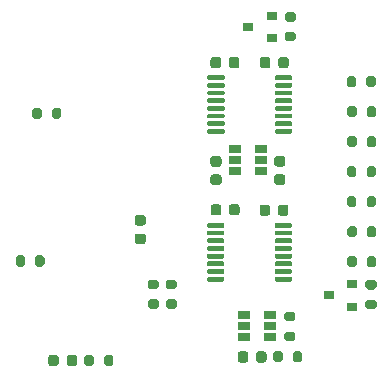
<source format=gtp>
G04 #@! TF.GenerationSoftware,KiCad,Pcbnew,(5.1.10-1-10_14)*
G04 #@! TF.CreationDate,2022-01-16T16:12:51+09:00*
G04 #@! TF.ProjectId,ft2232_jtag_tap,66743232-3332-45f6-9a74-61675f746170,rev?*
G04 #@! TF.SameCoordinates,Original*
G04 #@! TF.FileFunction,Paste,Top*
G04 #@! TF.FilePolarity,Positive*
%FSLAX46Y46*%
G04 Gerber Fmt 4.6, Leading zero omitted, Abs format (unit mm)*
G04 Created by KiCad (PCBNEW (5.1.10-1-10_14)) date 2022-01-16 16:12:51*
%MOMM*%
%LPD*%
G01*
G04 APERTURE LIST*
%ADD10R,1.060000X0.650000*%
%ADD11R,0.900000X0.800000*%
G04 APERTURE END LIST*
G36*
G01*
X75865000Y-107875000D02*
X75865000Y-107675000D01*
G75*
G02*
X75965000Y-107575000I100000J0D01*
G01*
X77240000Y-107575000D01*
G75*
G02*
X77340000Y-107675000I0J-100000D01*
G01*
X77340000Y-107875000D01*
G75*
G02*
X77240000Y-107975000I-100000J0D01*
G01*
X75965000Y-107975000D01*
G75*
G02*
X75865000Y-107875000I0J100000D01*
G01*
G37*
G36*
G01*
X75865000Y-108525000D02*
X75865000Y-108325000D01*
G75*
G02*
X75965000Y-108225000I100000J0D01*
G01*
X77240000Y-108225000D01*
G75*
G02*
X77340000Y-108325000I0J-100000D01*
G01*
X77340000Y-108525000D01*
G75*
G02*
X77240000Y-108625000I-100000J0D01*
G01*
X75965000Y-108625000D01*
G75*
G02*
X75865000Y-108525000I0J100000D01*
G01*
G37*
G36*
G01*
X75865000Y-109175000D02*
X75865000Y-108975000D01*
G75*
G02*
X75965000Y-108875000I100000J0D01*
G01*
X77240000Y-108875000D01*
G75*
G02*
X77340000Y-108975000I0J-100000D01*
G01*
X77340000Y-109175000D01*
G75*
G02*
X77240000Y-109275000I-100000J0D01*
G01*
X75965000Y-109275000D01*
G75*
G02*
X75865000Y-109175000I0J100000D01*
G01*
G37*
G36*
G01*
X75865000Y-109825000D02*
X75865000Y-109625000D01*
G75*
G02*
X75965000Y-109525000I100000J0D01*
G01*
X77240000Y-109525000D01*
G75*
G02*
X77340000Y-109625000I0J-100000D01*
G01*
X77340000Y-109825000D01*
G75*
G02*
X77240000Y-109925000I-100000J0D01*
G01*
X75965000Y-109925000D01*
G75*
G02*
X75865000Y-109825000I0J100000D01*
G01*
G37*
G36*
G01*
X75865000Y-110475000D02*
X75865000Y-110275000D01*
G75*
G02*
X75965000Y-110175000I100000J0D01*
G01*
X77240000Y-110175000D01*
G75*
G02*
X77340000Y-110275000I0J-100000D01*
G01*
X77340000Y-110475000D01*
G75*
G02*
X77240000Y-110575000I-100000J0D01*
G01*
X75965000Y-110575000D01*
G75*
G02*
X75865000Y-110475000I0J100000D01*
G01*
G37*
G36*
G01*
X75865000Y-111125000D02*
X75865000Y-110925000D01*
G75*
G02*
X75965000Y-110825000I100000J0D01*
G01*
X77240000Y-110825000D01*
G75*
G02*
X77340000Y-110925000I0J-100000D01*
G01*
X77340000Y-111125000D01*
G75*
G02*
X77240000Y-111225000I-100000J0D01*
G01*
X75965000Y-111225000D01*
G75*
G02*
X75865000Y-111125000I0J100000D01*
G01*
G37*
G36*
G01*
X75865000Y-111775000D02*
X75865000Y-111575000D01*
G75*
G02*
X75965000Y-111475000I100000J0D01*
G01*
X77240000Y-111475000D01*
G75*
G02*
X77340000Y-111575000I0J-100000D01*
G01*
X77340000Y-111775000D01*
G75*
G02*
X77240000Y-111875000I-100000J0D01*
G01*
X75965000Y-111875000D01*
G75*
G02*
X75865000Y-111775000I0J100000D01*
G01*
G37*
G36*
G01*
X75865000Y-112425000D02*
X75865000Y-112225000D01*
G75*
G02*
X75965000Y-112125000I100000J0D01*
G01*
X77240000Y-112125000D01*
G75*
G02*
X77340000Y-112225000I0J-100000D01*
G01*
X77340000Y-112425000D01*
G75*
G02*
X77240000Y-112525000I-100000J0D01*
G01*
X75965000Y-112525000D01*
G75*
G02*
X75865000Y-112425000I0J100000D01*
G01*
G37*
G36*
G01*
X70140000Y-112425000D02*
X70140000Y-112225000D01*
G75*
G02*
X70240000Y-112125000I100000J0D01*
G01*
X71515000Y-112125000D01*
G75*
G02*
X71615000Y-112225000I0J-100000D01*
G01*
X71615000Y-112425000D01*
G75*
G02*
X71515000Y-112525000I-100000J0D01*
G01*
X70240000Y-112525000D01*
G75*
G02*
X70140000Y-112425000I0J100000D01*
G01*
G37*
G36*
G01*
X70140000Y-111775000D02*
X70140000Y-111575000D01*
G75*
G02*
X70240000Y-111475000I100000J0D01*
G01*
X71515000Y-111475000D01*
G75*
G02*
X71615000Y-111575000I0J-100000D01*
G01*
X71615000Y-111775000D01*
G75*
G02*
X71515000Y-111875000I-100000J0D01*
G01*
X70240000Y-111875000D01*
G75*
G02*
X70140000Y-111775000I0J100000D01*
G01*
G37*
G36*
G01*
X70140000Y-111125000D02*
X70140000Y-110925000D01*
G75*
G02*
X70240000Y-110825000I100000J0D01*
G01*
X71515000Y-110825000D01*
G75*
G02*
X71615000Y-110925000I0J-100000D01*
G01*
X71615000Y-111125000D01*
G75*
G02*
X71515000Y-111225000I-100000J0D01*
G01*
X70240000Y-111225000D01*
G75*
G02*
X70140000Y-111125000I0J100000D01*
G01*
G37*
G36*
G01*
X70140000Y-110475000D02*
X70140000Y-110275000D01*
G75*
G02*
X70240000Y-110175000I100000J0D01*
G01*
X71515000Y-110175000D01*
G75*
G02*
X71615000Y-110275000I0J-100000D01*
G01*
X71615000Y-110475000D01*
G75*
G02*
X71515000Y-110575000I-100000J0D01*
G01*
X70240000Y-110575000D01*
G75*
G02*
X70140000Y-110475000I0J100000D01*
G01*
G37*
G36*
G01*
X70140000Y-109825000D02*
X70140000Y-109625000D01*
G75*
G02*
X70240000Y-109525000I100000J0D01*
G01*
X71515000Y-109525000D01*
G75*
G02*
X71615000Y-109625000I0J-100000D01*
G01*
X71615000Y-109825000D01*
G75*
G02*
X71515000Y-109925000I-100000J0D01*
G01*
X70240000Y-109925000D01*
G75*
G02*
X70140000Y-109825000I0J100000D01*
G01*
G37*
G36*
G01*
X70140000Y-109175000D02*
X70140000Y-108975000D01*
G75*
G02*
X70240000Y-108875000I100000J0D01*
G01*
X71515000Y-108875000D01*
G75*
G02*
X71615000Y-108975000I0J-100000D01*
G01*
X71615000Y-109175000D01*
G75*
G02*
X71515000Y-109275000I-100000J0D01*
G01*
X70240000Y-109275000D01*
G75*
G02*
X70140000Y-109175000I0J100000D01*
G01*
G37*
G36*
G01*
X70140000Y-108525000D02*
X70140000Y-108325000D01*
G75*
G02*
X70240000Y-108225000I100000J0D01*
G01*
X71515000Y-108225000D01*
G75*
G02*
X71615000Y-108325000I0J-100000D01*
G01*
X71615000Y-108525000D01*
G75*
G02*
X71515000Y-108625000I-100000J0D01*
G01*
X70240000Y-108625000D01*
G75*
G02*
X70140000Y-108525000I0J100000D01*
G01*
G37*
G36*
G01*
X70140000Y-107875000D02*
X70140000Y-107675000D01*
G75*
G02*
X70240000Y-107575000I100000J0D01*
G01*
X71515000Y-107575000D01*
G75*
G02*
X71615000Y-107675000I0J-100000D01*
G01*
X71615000Y-107875000D01*
G75*
G02*
X71515000Y-107975000I-100000J0D01*
G01*
X70240000Y-107975000D01*
G75*
G02*
X70140000Y-107875000I0J100000D01*
G01*
G37*
G36*
G01*
X64726250Y-120290000D02*
X64213750Y-120290000D01*
G75*
G02*
X63995000Y-120071250I0J218750D01*
G01*
X63995000Y-119633750D01*
G75*
G02*
X64213750Y-119415000I218750J0D01*
G01*
X64726250Y-119415000D01*
G75*
G02*
X64945000Y-119633750I0J-218750D01*
G01*
X64945000Y-120071250D01*
G75*
G02*
X64726250Y-120290000I-218750J0D01*
G01*
G37*
G36*
G01*
X64726250Y-121865000D02*
X64213750Y-121865000D01*
G75*
G02*
X63995000Y-121646250I0J218750D01*
G01*
X63995000Y-121208750D01*
G75*
G02*
X64213750Y-120990000I218750J0D01*
G01*
X64726250Y-120990000D01*
G75*
G02*
X64945000Y-121208750I0J-218750D01*
G01*
X64945000Y-121646250D01*
G75*
G02*
X64726250Y-121865000I-218750J0D01*
G01*
G37*
D10*
X72484000Y-114752000D03*
X72484000Y-115702000D03*
X72484000Y-113802000D03*
X74684000Y-113802000D03*
X74684000Y-114752000D03*
X74684000Y-115702000D03*
G36*
G01*
X75845000Y-120385000D02*
X75845000Y-120185000D01*
G75*
G02*
X75945000Y-120085000I100000J0D01*
G01*
X77220000Y-120085000D01*
G75*
G02*
X77320000Y-120185000I0J-100000D01*
G01*
X77320000Y-120385000D01*
G75*
G02*
X77220000Y-120485000I-100000J0D01*
G01*
X75945000Y-120485000D01*
G75*
G02*
X75845000Y-120385000I0J100000D01*
G01*
G37*
G36*
G01*
X75845000Y-121035000D02*
X75845000Y-120835000D01*
G75*
G02*
X75945000Y-120735000I100000J0D01*
G01*
X77220000Y-120735000D01*
G75*
G02*
X77320000Y-120835000I0J-100000D01*
G01*
X77320000Y-121035000D01*
G75*
G02*
X77220000Y-121135000I-100000J0D01*
G01*
X75945000Y-121135000D01*
G75*
G02*
X75845000Y-121035000I0J100000D01*
G01*
G37*
G36*
G01*
X75845000Y-121685000D02*
X75845000Y-121485000D01*
G75*
G02*
X75945000Y-121385000I100000J0D01*
G01*
X77220000Y-121385000D01*
G75*
G02*
X77320000Y-121485000I0J-100000D01*
G01*
X77320000Y-121685000D01*
G75*
G02*
X77220000Y-121785000I-100000J0D01*
G01*
X75945000Y-121785000D01*
G75*
G02*
X75845000Y-121685000I0J100000D01*
G01*
G37*
G36*
G01*
X75845000Y-122335000D02*
X75845000Y-122135000D01*
G75*
G02*
X75945000Y-122035000I100000J0D01*
G01*
X77220000Y-122035000D01*
G75*
G02*
X77320000Y-122135000I0J-100000D01*
G01*
X77320000Y-122335000D01*
G75*
G02*
X77220000Y-122435000I-100000J0D01*
G01*
X75945000Y-122435000D01*
G75*
G02*
X75845000Y-122335000I0J100000D01*
G01*
G37*
G36*
G01*
X75845000Y-122985000D02*
X75845000Y-122785000D01*
G75*
G02*
X75945000Y-122685000I100000J0D01*
G01*
X77220000Y-122685000D01*
G75*
G02*
X77320000Y-122785000I0J-100000D01*
G01*
X77320000Y-122985000D01*
G75*
G02*
X77220000Y-123085000I-100000J0D01*
G01*
X75945000Y-123085000D01*
G75*
G02*
X75845000Y-122985000I0J100000D01*
G01*
G37*
G36*
G01*
X75845000Y-123635000D02*
X75845000Y-123435000D01*
G75*
G02*
X75945000Y-123335000I100000J0D01*
G01*
X77220000Y-123335000D01*
G75*
G02*
X77320000Y-123435000I0J-100000D01*
G01*
X77320000Y-123635000D01*
G75*
G02*
X77220000Y-123735000I-100000J0D01*
G01*
X75945000Y-123735000D01*
G75*
G02*
X75845000Y-123635000I0J100000D01*
G01*
G37*
G36*
G01*
X75845000Y-124285000D02*
X75845000Y-124085000D01*
G75*
G02*
X75945000Y-123985000I100000J0D01*
G01*
X77220000Y-123985000D01*
G75*
G02*
X77320000Y-124085000I0J-100000D01*
G01*
X77320000Y-124285000D01*
G75*
G02*
X77220000Y-124385000I-100000J0D01*
G01*
X75945000Y-124385000D01*
G75*
G02*
X75845000Y-124285000I0J100000D01*
G01*
G37*
G36*
G01*
X75845000Y-124935000D02*
X75845000Y-124735000D01*
G75*
G02*
X75945000Y-124635000I100000J0D01*
G01*
X77220000Y-124635000D01*
G75*
G02*
X77320000Y-124735000I0J-100000D01*
G01*
X77320000Y-124935000D01*
G75*
G02*
X77220000Y-125035000I-100000J0D01*
G01*
X75945000Y-125035000D01*
G75*
G02*
X75845000Y-124935000I0J100000D01*
G01*
G37*
G36*
G01*
X70120000Y-124935000D02*
X70120000Y-124735000D01*
G75*
G02*
X70220000Y-124635000I100000J0D01*
G01*
X71495000Y-124635000D01*
G75*
G02*
X71595000Y-124735000I0J-100000D01*
G01*
X71595000Y-124935000D01*
G75*
G02*
X71495000Y-125035000I-100000J0D01*
G01*
X70220000Y-125035000D01*
G75*
G02*
X70120000Y-124935000I0J100000D01*
G01*
G37*
G36*
G01*
X70120000Y-124285000D02*
X70120000Y-124085000D01*
G75*
G02*
X70220000Y-123985000I100000J0D01*
G01*
X71495000Y-123985000D01*
G75*
G02*
X71595000Y-124085000I0J-100000D01*
G01*
X71595000Y-124285000D01*
G75*
G02*
X71495000Y-124385000I-100000J0D01*
G01*
X70220000Y-124385000D01*
G75*
G02*
X70120000Y-124285000I0J100000D01*
G01*
G37*
G36*
G01*
X70120000Y-123635000D02*
X70120000Y-123435000D01*
G75*
G02*
X70220000Y-123335000I100000J0D01*
G01*
X71495000Y-123335000D01*
G75*
G02*
X71595000Y-123435000I0J-100000D01*
G01*
X71595000Y-123635000D01*
G75*
G02*
X71495000Y-123735000I-100000J0D01*
G01*
X70220000Y-123735000D01*
G75*
G02*
X70120000Y-123635000I0J100000D01*
G01*
G37*
G36*
G01*
X70120000Y-122985000D02*
X70120000Y-122785000D01*
G75*
G02*
X70220000Y-122685000I100000J0D01*
G01*
X71495000Y-122685000D01*
G75*
G02*
X71595000Y-122785000I0J-100000D01*
G01*
X71595000Y-122985000D01*
G75*
G02*
X71495000Y-123085000I-100000J0D01*
G01*
X70220000Y-123085000D01*
G75*
G02*
X70120000Y-122985000I0J100000D01*
G01*
G37*
G36*
G01*
X70120000Y-122335000D02*
X70120000Y-122135000D01*
G75*
G02*
X70220000Y-122035000I100000J0D01*
G01*
X71495000Y-122035000D01*
G75*
G02*
X71595000Y-122135000I0J-100000D01*
G01*
X71595000Y-122335000D01*
G75*
G02*
X71495000Y-122435000I-100000J0D01*
G01*
X70220000Y-122435000D01*
G75*
G02*
X70120000Y-122335000I0J100000D01*
G01*
G37*
G36*
G01*
X70120000Y-121685000D02*
X70120000Y-121485000D01*
G75*
G02*
X70220000Y-121385000I100000J0D01*
G01*
X71495000Y-121385000D01*
G75*
G02*
X71595000Y-121485000I0J-100000D01*
G01*
X71595000Y-121685000D01*
G75*
G02*
X71495000Y-121785000I-100000J0D01*
G01*
X70220000Y-121785000D01*
G75*
G02*
X70120000Y-121685000I0J100000D01*
G01*
G37*
G36*
G01*
X70120000Y-121035000D02*
X70120000Y-120835000D01*
G75*
G02*
X70220000Y-120735000I100000J0D01*
G01*
X71495000Y-120735000D01*
G75*
G02*
X71595000Y-120835000I0J-100000D01*
G01*
X71595000Y-121035000D01*
G75*
G02*
X71495000Y-121135000I-100000J0D01*
G01*
X70220000Y-121135000D01*
G75*
G02*
X70120000Y-121035000I0J100000D01*
G01*
G37*
G36*
G01*
X70120000Y-120385000D02*
X70120000Y-120185000D01*
G75*
G02*
X70220000Y-120085000I100000J0D01*
G01*
X71495000Y-120085000D01*
G75*
G02*
X71595000Y-120185000I0J-100000D01*
G01*
X71595000Y-120385000D01*
G75*
G02*
X71495000Y-120485000I-100000J0D01*
G01*
X70220000Y-120485000D01*
G75*
G02*
X70120000Y-120385000I0J100000D01*
G01*
G37*
G36*
G01*
X83635000Y-110935000D02*
X83635000Y-110385000D01*
G75*
G02*
X83835000Y-110185000I200000J0D01*
G01*
X84235000Y-110185000D01*
G75*
G02*
X84435000Y-110385000I0J-200000D01*
G01*
X84435000Y-110935000D01*
G75*
G02*
X84235000Y-111135000I-200000J0D01*
G01*
X83835000Y-111135000D01*
G75*
G02*
X83635000Y-110935000I0J200000D01*
G01*
G37*
G36*
G01*
X81985000Y-110935000D02*
X81985000Y-110385000D01*
G75*
G02*
X82185000Y-110185000I200000J0D01*
G01*
X82585000Y-110185000D01*
G75*
G02*
X82785000Y-110385000I0J-200000D01*
G01*
X82785000Y-110935000D01*
G75*
G02*
X82585000Y-111135000I-200000J0D01*
G01*
X82185000Y-111135000D01*
G75*
G02*
X81985000Y-110935000I0J200000D01*
G01*
G37*
G36*
G01*
X83655000Y-121105000D02*
X83655000Y-120555000D01*
G75*
G02*
X83855000Y-120355000I200000J0D01*
G01*
X84255000Y-120355000D01*
G75*
G02*
X84455000Y-120555000I0J-200000D01*
G01*
X84455000Y-121105000D01*
G75*
G02*
X84255000Y-121305000I-200000J0D01*
G01*
X83855000Y-121305000D01*
G75*
G02*
X83655000Y-121105000I0J200000D01*
G01*
G37*
G36*
G01*
X82005000Y-121105000D02*
X82005000Y-120555000D01*
G75*
G02*
X82205000Y-120355000I200000J0D01*
G01*
X82605000Y-120355000D01*
G75*
G02*
X82805000Y-120555000I0J-200000D01*
G01*
X82805000Y-121105000D01*
G75*
G02*
X82605000Y-121305000I-200000J0D01*
G01*
X82205000Y-121305000D01*
G75*
G02*
X82005000Y-121105000I0J200000D01*
G01*
G37*
G36*
G01*
X83645000Y-113465000D02*
X83645000Y-112915000D01*
G75*
G02*
X83845000Y-112715000I200000J0D01*
G01*
X84245000Y-112715000D01*
G75*
G02*
X84445000Y-112915000I0J-200000D01*
G01*
X84445000Y-113465000D01*
G75*
G02*
X84245000Y-113665000I-200000J0D01*
G01*
X83845000Y-113665000D01*
G75*
G02*
X83645000Y-113465000I0J200000D01*
G01*
G37*
G36*
G01*
X81995000Y-113465000D02*
X81995000Y-112915000D01*
G75*
G02*
X82195000Y-112715000I200000J0D01*
G01*
X82595000Y-112715000D01*
G75*
G02*
X82795000Y-112915000I0J-200000D01*
G01*
X82795000Y-113465000D01*
G75*
G02*
X82595000Y-113665000I-200000J0D01*
G01*
X82195000Y-113665000D01*
G75*
G02*
X81995000Y-113465000I0J200000D01*
G01*
G37*
G36*
G01*
X83625000Y-116015000D02*
X83625000Y-115465000D01*
G75*
G02*
X83825000Y-115265000I200000J0D01*
G01*
X84225000Y-115265000D01*
G75*
G02*
X84425000Y-115465000I0J-200000D01*
G01*
X84425000Y-116015000D01*
G75*
G02*
X84225000Y-116215000I-200000J0D01*
G01*
X83825000Y-116215000D01*
G75*
G02*
X83625000Y-116015000I0J200000D01*
G01*
G37*
G36*
G01*
X81975000Y-116015000D02*
X81975000Y-115465000D01*
G75*
G02*
X82175000Y-115265000I200000J0D01*
G01*
X82575000Y-115265000D01*
G75*
G02*
X82775000Y-115465000I0J-200000D01*
G01*
X82775000Y-116015000D01*
G75*
G02*
X82575000Y-116215000I-200000J0D01*
G01*
X82175000Y-116215000D01*
G75*
G02*
X81975000Y-116015000I0J200000D01*
G01*
G37*
G36*
G01*
X83625000Y-118555000D02*
X83625000Y-118005000D01*
G75*
G02*
X83825000Y-117805000I200000J0D01*
G01*
X84225000Y-117805000D01*
G75*
G02*
X84425000Y-118005000I0J-200000D01*
G01*
X84425000Y-118555000D01*
G75*
G02*
X84225000Y-118755000I-200000J0D01*
G01*
X83825000Y-118755000D01*
G75*
G02*
X83625000Y-118555000I0J200000D01*
G01*
G37*
G36*
G01*
X81975000Y-118555000D02*
X81975000Y-118005000D01*
G75*
G02*
X82175000Y-117805000I200000J0D01*
G01*
X82575000Y-117805000D01*
G75*
G02*
X82775000Y-118005000I0J-200000D01*
G01*
X82775000Y-118555000D01*
G75*
G02*
X82575000Y-118755000I-200000J0D01*
G01*
X82175000Y-118755000D01*
G75*
G02*
X81975000Y-118555000I0J200000D01*
G01*
G37*
G36*
G01*
X83655000Y-123635000D02*
X83655000Y-123085000D01*
G75*
G02*
X83855000Y-122885000I200000J0D01*
G01*
X84255000Y-122885000D01*
G75*
G02*
X84455000Y-123085000I0J-200000D01*
G01*
X84455000Y-123635000D01*
G75*
G02*
X84255000Y-123835000I-200000J0D01*
G01*
X83855000Y-123835000D01*
G75*
G02*
X83655000Y-123635000I0J200000D01*
G01*
G37*
G36*
G01*
X82005000Y-123635000D02*
X82005000Y-123085000D01*
G75*
G02*
X82205000Y-122885000I200000J0D01*
G01*
X82605000Y-122885000D01*
G75*
G02*
X82805000Y-123085000I0J-200000D01*
G01*
X82805000Y-123635000D01*
G75*
G02*
X82605000Y-123835000I-200000J0D01*
G01*
X82205000Y-123835000D01*
G75*
G02*
X82005000Y-123635000I0J200000D01*
G01*
G37*
G36*
G01*
X83605000Y-108395000D02*
X83605000Y-107845000D01*
G75*
G02*
X83805000Y-107645000I200000J0D01*
G01*
X84205000Y-107645000D01*
G75*
G02*
X84405000Y-107845000I0J-200000D01*
G01*
X84405000Y-108395000D01*
G75*
G02*
X84205000Y-108595000I-200000J0D01*
G01*
X83805000Y-108595000D01*
G75*
G02*
X83605000Y-108395000I0J200000D01*
G01*
G37*
G36*
G01*
X81955000Y-108395000D02*
X81955000Y-107845000D01*
G75*
G02*
X82155000Y-107645000I200000J0D01*
G01*
X82555000Y-107645000D01*
G75*
G02*
X82755000Y-107845000I0J-200000D01*
G01*
X82755000Y-108395000D01*
G75*
G02*
X82555000Y-108595000I-200000J0D01*
G01*
X82155000Y-108595000D01*
G75*
G02*
X81955000Y-108395000I0J200000D01*
G01*
G37*
G36*
G01*
X83725000Y-126565000D02*
X84275000Y-126565000D01*
G75*
G02*
X84475000Y-126765000I0J-200000D01*
G01*
X84475000Y-127165000D01*
G75*
G02*
X84275000Y-127365000I-200000J0D01*
G01*
X83725000Y-127365000D01*
G75*
G02*
X83525000Y-127165000I0J200000D01*
G01*
X83525000Y-126765000D01*
G75*
G02*
X83725000Y-126565000I200000J0D01*
G01*
G37*
G36*
G01*
X83725000Y-124915000D02*
X84275000Y-124915000D01*
G75*
G02*
X84475000Y-125115000I0J-200000D01*
G01*
X84475000Y-125515000D01*
G75*
G02*
X84275000Y-125715000I-200000J0D01*
G01*
X83725000Y-125715000D01*
G75*
G02*
X83525000Y-125515000I0J200000D01*
G01*
X83525000Y-125115000D01*
G75*
G02*
X83725000Y-124915000I200000J0D01*
G01*
G37*
G36*
G01*
X76895000Y-103885000D02*
X77445000Y-103885000D01*
G75*
G02*
X77645000Y-104085000I0J-200000D01*
G01*
X77645000Y-104485000D01*
G75*
G02*
X77445000Y-104685000I-200000J0D01*
G01*
X76895000Y-104685000D01*
G75*
G02*
X76695000Y-104485000I0J200000D01*
G01*
X76695000Y-104085000D01*
G75*
G02*
X76895000Y-103885000I200000J0D01*
G01*
G37*
G36*
G01*
X76895000Y-102235000D02*
X77445000Y-102235000D01*
G75*
G02*
X77645000Y-102435000I0J-200000D01*
G01*
X77645000Y-102835000D01*
G75*
G02*
X77445000Y-103035000I-200000J0D01*
G01*
X76895000Y-103035000D01*
G75*
G02*
X76695000Y-102835000I0J200000D01*
G01*
X76695000Y-102435000D01*
G75*
G02*
X76895000Y-102235000I200000J0D01*
G01*
G37*
D11*
X80410000Y-126210000D03*
X82410000Y-125260000D03*
X82410000Y-127160000D03*
X73610000Y-103500000D03*
X75610000Y-102550000D03*
X75610000Y-104450000D03*
D10*
X73250000Y-128810000D03*
X73250000Y-129760000D03*
X73250000Y-127860000D03*
X75450000Y-127860000D03*
X75450000Y-128810000D03*
X75450000Y-129760000D03*
G36*
G01*
X65295000Y-126535000D02*
X65845000Y-126535000D01*
G75*
G02*
X66045000Y-126735000I0J-200000D01*
G01*
X66045000Y-127135000D01*
G75*
G02*
X65845000Y-127335000I-200000J0D01*
G01*
X65295000Y-127335000D01*
G75*
G02*
X65095000Y-127135000I0J200000D01*
G01*
X65095000Y-126735000D01*
G75*
G02*
X65295000Y-126535000I200000J0D01*
G01*
G37*
G36*
G01*
X65295000Y-124885000D02*
X65845000Y-124885000D01*
G75*
G02*
X66045000Y-125085000I0J-200000D01*
G01*
X66045000Y-125485000D01*
G75*
G02*
X65845000Y-125685000I-200000J0D01*
G01*
X65295000Y-125685000D01*
G75*
G02*
X65095000Y-125485000I0J200000D01*
G01*
X65095000Y-125085000D01*
G75*
G02*
X65295000Y-124885000I200000J0D01*
G01*
G37*
G36*
G01*
X76855000Y-129265000D02*
X77405000Y-129265000D01*
G75*
G02*
X77605000Y-129465000I0J-200000D01*
G01*
X77605000Y-129865000D01*
G75*
G02*
X77405000Y-130065000I-200000J0D01*
G01*
X76855000Y-130065000D01*
G75*
G02*
X76655000Y-129865000I0J200000D01*
G01*
X76655000Y-129465000D01*
G75*
G02*
X76855000Y-129265000I200000J0D01*
G01*
G37*
G36*
G01*
X76855000Y-127615000D02*
X77405000Y-127615000D01*
G75*
G02*
X77605000Y-127815000I0J-200000D01*
G01*
X77605000Y-128215000D01*
G75*
G02*
X77405000Y-128415000I-200000J0D01*
G01*
X76855000Y-128415000D01*
G75*
G02*
X76655000Y-128215000I0J200000D01*
G01*
X76655000Y-127815000D01*
G75*
G02*
X76855000Y-127615000I200000J0D01*
G01*
G37*
G36*
G01*
X76535000Y-131135000D02*
X76535000Y-131685000D01*
G75*
G02*
X76335000Y-131885000I-200000J0D01*
G01*
X75935000Y-131885000D01*
G75*
G02*
X75735000Y-131685000I0J200000D01*
G01*
X75735000Y-131135000D01*
G75*
G02*
X75935000Y-130935000I200000J0D01*
G01*
X76335000Y-130935000D01*
G75*
G02*
X76535000Y-131135000I0J-200000D01*
G01*
G37*
G36*
G01*
X78185000Y-131135000D02*
X78185000Y-131685000D01*
G75*
G02*
X77985000Y-131885000I-200000J0D01*
G01*
X77585000Y-131885000D01*
G75*
G02*
X77385000Y-131685000I0J200000D01*
G01*
X77385000Y-131135000D01*
G75*
G02*
X77585000Y-130935000I200000J0D01*
G01*
X77985000Y-130935000D01*
G75*
G02*
X78185000Y-131135000I0J-200000D01*
G01*
G37*
G36*
G01*
X66825000Y-126535000D02*
X67375000Y-126535000D01*
G75*
G02*
X67575000Y-126735000I0J-200000D01*
G01*
X67575000Y-127135000D01*
G75*
G02*
X67375000Y-127335000I-200000J0D01*
G01*
X66825000Y-127335000D01*
G75*
G02*
X66625000Y-127135000I0J200000D01*
G01*
X66625000Y-126735000D01*
G75*
G02*
X66825000Y-126535000I200000J0D01*
G01*
G37*
G36*
G01*
X66825000Y-124885000D02*
X67375000Y-124885000D01*
G75*
G02*
X67575000Y-125085000I0J-200000D01*
G01*
X67575000Y-125485000D01*
G75*
G02*
X67375000Y-125685000I-200000J0D01*
G01*
X66825000Y-125685000D01*
G75*
G02*
X66625000Y-125485000I0J200000D01*
G01*
X66625000Y-125085000D01*
G75*
G02*
X66825000Y-124885000I200000J0D01*
G01*
G37*
G36*
G01*
X54715000Y-123025000D02*
X54715000Y-123575000D01*
G75*
G02*
X54515000Y-123775000I-200000J0D01*
G01*
X54115000Y-123775000D01*
G75*
G02*
X53915000Y-123575000I0J200000D01*
G01*
X53915000Y-123025000D01*
G75*
G02*
X54115000Y-122825000I200000J0D01*
G01*
X54515000Y-122825000D01*
G75*
G02*
X54715000Y-123025000I0J-200000D01*
G01*
G37*
G36*
G01*
X56365000Y-123025000D02*
X56365000Y-123575000D01*
G75*
G02*
X56165000Y-123775000I-200000J0D01*
G01*
X55765000Y-123775000D01*
G75*
G02*
X55565000Y-123575000I0J200000D01*
G01*
X55565000Y-123025000D01*
G75*
G02*
X55765000Y-122825000I200000J0D01*
G01*
X56165000Y-122825000D01*
G75*
G02*
X56365000Y-123025000I0J-200000D01*
G01*
G37*
G36*
G01*
X56995000Y-111065000D02*
X56995000Y-110515000D01*
G75*
G02*
X57195000Y-110315000I200000J0D01*
G01*
X57595000Y-110315000D01*
G75*
G02*
X57795000Y-110515000I0J-200000D01*
G01*
X57795000Y-111065000D01*
G75*
G02*
X57595000Y-111265000I-200000J0D01*
G01*
X57195000Y-111265000D01*
G75*
G02*
X56995000Y-111065000I0J200000D01*
G01*
G37*
G36*
G01*
X55345000Y-111065000D02*
X55345000Y-110515000D01*
G75*
G02*
X55545000Y-110315000I200000J0D01*
G01*
X55945000Y-110315000D01*
G75*
G02*
X56145000Y-110515000I0J-200000D01*
G01*
X56145000Y-111065000D01*
G75*
G02*
X55945000Y-111265000I-200000J0D01*
G01*
X55545000Y-111265000D01*
G75*
G02*
X55345000Y-111065000I0J200000D01*
G01*
G37*
G36*
G01*
X61395000Y-131995000D02*
X61395000Y-131445000D01*
G75*
G02*
X61595000Y-131245000I200000J0D01*
G01*
X61995000Y-131245000D01*
G75*
G02*
X62195000Y-131445000I0J-200000D01*
G01*
X62195000Y-131995000D01*
G75*
G02*
X61995000Y-132195000I-200000J0D01*
G01*
X61595000Y-132195000D01*
G75*
G02*
X61395000Y-131995000I0J200000D01*
G01*
G37*
G36*
G01*
X59745000Y-131995000D02*
X59745000Y-131445000D01*
G75*
G02*
X59945000Y-131245000I200000J0D01*
G01*
X60345000Y-131245000D01*
G75*
G02*
X60545000Y-131445000I0J-200000D01*
G01*
X60545000Y-131995000D01*
G75*
G02*
X60345000Y-132195000I-200000J0D01*
G01*
X59945000Y-132195000D01*
G75*
G02*
X59745000Y-131995000I0J200000D01*
G01*
G37*
G36*
G01*
X58250000Y-131976250D02*
X58250000Y-131463750D01*
G75*
G02*
X58468750Y-131245000I218750J0D01*
G01*
X58906250Y-131245000D01*
G75*
G02*
X59125000Y-131463750I0J-218750D01*
G01*
X59125000Y-131976250D01*
G75*
G02*
X58906250Y-132195000I-218750J0D01*
G01*
X58468750Y-132195000D01*
G75*
G02*
X58250000Y-131976250I0J218750D01*
G01*
G37*
G36*
G01*
X56675000Y-131976250D02*
X56675000Y-131463750D01*
G75*
G02*
X56893750Y-131245000I218750J0D01*
G01*
X57331250Y-131245000D01*
G75*
G02*
X57550000Y-131463750I0J-218750D01*
G01*
X57550000Y-131976250D01*
G75*
G02*
X57331250Y-132195000I-218750J0D01*
G01*
X56893750Y-132195000D01*
G75*
G02*
X56675000Y-131976250I0J218750D01*
G01*
G37*
G36*
G01*
X76040000Y-115955000D02*
X76540000Y-115955000D01*
G75*
G02*
X76765000Y-116180000I0J-225000D01*
G01*
X76765000Y-116630000D01*
G75*
G02*
X76540000Y-116855000I-225000J0D01*
G01*
X76040000Y-116855000D01*
G75*
G02*
X75815000Y-116630000I0J225000D01*
G01*
X75815000Y-116180000D01*
G75*
G02*
X76040000Y-115955000I225000J0D01*
G01*
G37*
G36*
G01*
X76040000Y-114405000D02*
X76540000Y-114405000D01*
G75*
G02*
X76765000Y-114630000I0J-225000D01*
G01*
X76765000Y-115080000D01*
G75*
G02*
X76540000Y-115305000I-225000J0D01*
G01*
X76040000Y-115305000D01*
G75*
G02*
X75815000Y-115080000I0J225000D01*
G01*
X75815000Y-114630000D01*
G75*
G02*
X76040000Y-114405000I225000J0D01*
G01*
G37*
G36*
G01*
X71130000Y-115315000D02*
X70630000Y-115315000D01*
G75*
G02*
X70405000Y-115090000I0J225000D01*
G01*
X70405000Y-114640000D01*
G75*
G02*
X70630000Y-114415000I225000J0D01*
G01*
X71130000Y-114415000D01*
G75*
G02*
X71355000Y-114640000I0J-225000D01*
G01*
X71355000Y-115090000D01*
G75*
G02*
X71130000Y-115315000I-225000J0D01*
G01*
G37*
G36*
G01*
X71130000Y-116865000D02*
X70630000Y-116865000D01*
G75*
G02*
X70405000Y-116640000I0J225000D01*
G01*
X70405000Y-116190000D01*
G75*
G02*
X70630000Y-115965000I225000J0D01*
G01*
X71130000Y-115965000D01*
G75*
G02*
X71355000Y-116190000I0J-225000D01*
G01*
X71355000Y-116640000D01*
G75*
G02*
X71130000Y-116865000I-225000J0D01*
G01*
G37*
G36*
G01*
X76115000Y-119250000D02*
X76115000Y-118750000D01*
G75*
G02*
X76340000Y-118525000I225000J0D01*
G01*
X76790000Y-118525000D01*
G75*
G02*
X77015000Y-118750000I0J-225000D01*
G01*
X77015000Y-119250000D01*
G75*
G02*
X76790000Y-119475000I-225000J0D01*
G01*
X76340000Y-119475000D01*
G75*
G02*
X76115000Y-119250000I0J225000D01*
G01*
G37*
G36*
G01*
X74565000Y-119250000D02*
X74565000Y-118750000D01*
G75*
G02*
X74790000Y-118525000I225000J0D01*
G01*
X75240000Y-118525000D01*
G75*
G02*
X75465000Y-118750000I0J-225000D01*
G01*
X75465000Y-119250000D01*
G75*
G02*
X75240000Y-119475000I-225000J0D01*
G01*
X74790000Y-119475000D01*
G75*
G02*
X74565000Y-119250000I0J225000D01*
G01*
G37*
G36*
G01*
X76145000Y-106750000D02*
X76145000Y-106250000D01*
G75*
G02*
X76370000Y-106025000I225000J0D01*
G01*
X76820000Y-106025000D01*
G75*
G02*
X77045000Y-106250000I0J-225000D01*
G01*
X77045000Y-106750000D01*
G75*
G02*
X76820000Y-106975000I-225000J0D01*
G01*
X76370000Y-106975000D01*
G75*
G02*
X76145000Y-106750000I0J225000D01*
G01*
G37*
G36*
G01*
X74595000Y-106750000D02*
X74595000Y-106250000D01*
G75*
G02*
X74820000Y-106025000I225000J0D01*
G01*
X75270000Y-106025000D01*
G75*
G02*
X75495000Y-106250000I0J-225000D01*
G01*
X75495000Y-106750000D01*
G75*
G02*
X75270000Y-106975000I-225000J0D01*
G01*
X74820000Y-106975000D01*
G75*
G02*
X74595000Y-106750000I0J225000D01*
G01*
G37*
G36*
G01*
X71975000Y-119210000D02*
X71975000Y-118710000D01*
G75*
G02*
X72200000Y-118485000I225000J0D01*
G01*
X72650000Y-118485000D01*
G75*
G02*
X72875000Y-118710000I0J-225000D01*
G01*
X72875000Y-119210000D01*
G75*
G02*
X72650000Y-119435000I-225000J0D01*
G01*
X72200000Y-119435000D01*
G75*
G02*
X71975000Y-119210000I0J225000D01*
G01*
G37*
G36*
G01*
X70425000Y-119210000D02*
X70425000Y-118710000D01*
G75*
G02*
X70650000Y-118485000I225000J0D01*
G01*
X71100000Y-118485000D01*
G75*
G02*
X71325000Y-118710000I0J-225000D01*
G01*
X71325000Y-119210000D01*
G75*
G02*
X71100000Y-119435000I-225000J0D01*
G01*
X70650000Y-119435000D01*
G75*
G02*
X70425000Y-119210000I0J225000D01*
G01*
G37*
G36*
G01*
X71965000Y-106750000D02*
X71965000Y-106250000D01*
G75*
G02*
X72190000Y-106025000I225000J0D01*
G01*
X72640000Y-106025000D01*
G75*
G02*
X72865000Y-106250000I0J-225000D01*
G01*
X72865000Y-106750000D01*
G75*
G02*
X72640000Y-106975000I-225000J0D01*
G01*
X72190000Y-106975000D01*
G75*
G02*
X71965000Y-106750000I0J225000D01*
G01*
G37*
G36*
G01*
X70415000Y-106750000D02*
X70415000Y-106250000D01*
G75*
G02*
X70640000Y-106025000I225000J0D01*
G01*
X71090000Y-106025000D01*
G75*
G02*
X71315000Y-106250000I0J-225000D01*
G01*
X71315000Y-106750000D01*
G75*
G02*
X71090000Y-106975000I-225000J0D01*
G01*
X70640000Y-106975000D01*
G75*
G02*
X70415000Y-106750000I0J225000D01*
G01*
G37*
G36*
G01*
X74265000Y-131670000D02*
X74265000Y-131170000D01*
G75*
G02*
X74490000Y-130945000I225000J0D01*
G01*
X74940000Y-130945000D01*
G75*
G02*
X75165000Y-131170000I0J-225000D01*
G01*
X75165000Y-131670000D01*
G75*
G02*
X74940000Y-131895000I-225000J0D01*
G01*
X74490000Y-131895000D01*
G75*
G02*
X74265000Y-131670000I0J225000D01*
G01*
G37*
G36*
G01*
X72715000Y-131670000D02*
X72715000Y-131170000D01*
G75*
G02*
X72940000Y-130945000I225000J0D01*
G01*
X73390000Y-130945000D01*
G75*
G02*
X73615000Y-131170000I0J-225000D01*
G01*
X73615000Y-131670000D01*
G75*
G02*
X73390000Y-131895000I-225000J0D01*
G01*
X72940000Y-131895000D01*
G75*
G02*
X72715000Y-131670000I0J225000D01*
G01*
G37*
M02*

</source>
